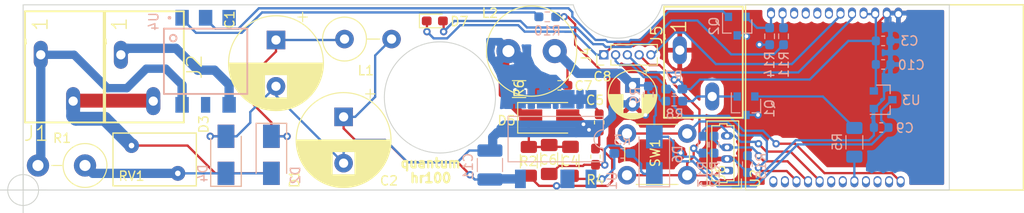
<source format=kicad_pcb>
(kicad_pcb (version 20171130) (host pcbnew 5.0.2+dfsg1-1)
  (layers (0 F.Cu signal) (31 B.Cu signal) (34 B.Paste user) (35 F.Paste user) (36 B.SilkS user hide) (37 F.SilkS user) (38 B.Mask user hide) (39 F.Mask user hide) (44 Edge.Cuts user))
  (net 0 "")
  (net 1 /BP)
  (net 2 /FB)
  (net 3 /IN_FILTER)
  (net 4 /SW)
  (net 5 /FB_SENSE)
  (net 6 /IN_P)
  (net 7 /IN_FUSE)
  (net 8 /SDA)
  (net 9 /SCL)
  (net 10 "Net-(U2-Pad7)")
  (net 11 RST#)
  (net 12 "Net-(U2-Pad13)")
  (net 13 "Net-(U2-Pad14)")
  (net 14 DEBUG_CLK)
  (net 15 "Net-(U2-Pad18)")
  (net 16 DEBUG_DATA)
  (net 17 /PWM_R)
  (net 18 GNDD)
  (net 19 +3V3)
  (net 20 /IN_L)
  (net 21 /PWM)
  (net 22 /IN_N)
  (net 23 "Net-(U2-Pad9)")
  (net 24 "Net-(U2-Pad19)")
  (net 25 "Net-(U2-Pad22)")
  (net 26 "Net-(U2-Pad23)")
  (net 27 "Net-(U2-Pad21)")
  (net 28 "Net-(U2-Pad8)")
  (net 29 /PWM_G)
  (net 30 +5V)
  (net 31 /OPTO_A)
  (net 32 /OPTO_C)
  (net 33 /OUT_L)
  (net 34 /STATUS)
  (net 35 EN_OUT)
  (net 36 /PUSH_RST#)
  (net 37 /STATUS_LED)
  (net 38 /INDUCTOR_RAMP)
  (net 39 "Net-(U2-Pad10)")
  (module library:P-250-202 (layer F.Cu) (at 38.1 91.7 90)
    (fp_text reference J2 (at 0 5.4 90) (layer F.SilkS) (effects (font (size 1.577 1.577))))
    (fp_text value Conn_01x02_Female)
    (fp_text user 1 (at 4.6 -2.7 90) (layer F.SilkS) (effects (font (size 1.574898 1.574898))))
    (pad 2 thru_hole oval (at -3.7 0.95 90) (size 3.016 1.508) (drill 1) (layers *.Cu *.Mask) (net 22 /IN_N))
    (pad 1 thru_hole oval (at 1.3 -2.55 90) (size 3.016 1.508) (drill 1) (layers *.Cu *.Mask) (net 33 /OUT_L))
  )
  (module Capacitor_SMD:C_1210_3225Metric_Pad1.33x2.70mm_HandSolder (layer B.Cu) (at 75.4 102.3 90)
    (fp_text reference C11 (at -0.15 -2.35 90) (layer B.SilkS) (effects (justify mirror)))
    (fp_text value 100nF)
    (pad 1 smd roundrect (at -1.5625 0 90) (size 1.325 2.7) (layers B.Cu B.Paste B.Mask) (roundrect_rratio 0.188679) (net 3 /IN_FILTER))
    (pad 2 smd roundrect (at 1.5625 0 90) (size 1.325 2.7) (layers B.Cu B.Paste B.Mask) (roundrect_rratio 0.188679) (net 18 GNDD))
  )
  (module Capacitor_THT:CP_Radial_D5.0mm_P2.00mm (layer F.Cu) (at 90.8 93.7 270)
    (fp_text reference C8 (at -0.95 3.25) (layer F.SilkS))
    (fp_text value 100uF)
    (pad 1 thru_hole rect (at 0 0 270) (size 1.6 1.6) (drill 0.8) (layers *.Cu *.Mask) (net 30 +5V))
    (pad 2 thru_hole circle (at 2 0 270) (size 1.6 1.6) (drill 0.8) (layers *.Cu *.Mask) (net 18 GNDD))
  )
  (module Resistor_SMD:R_0603_1608Metric_Pad0.98x0.95mm_HandSolder (layer B.Cu) (at 92.5 94.7 270)
    (fp_text reference R9 (at 0.1 1.4 270) (layer B.SilkS) (effects (justify mirror)))
    (fp_text value 1.5k)
    (pad 1 smd roundrect (at -0.9125 0 270) (size 0.975 0.95) (layers B.Cu B.Paste B.Mask) (net 30 +5V))
    (pad 2 smd roundrect (at 0.9125 0 270) (size 0.975 0.95) (layers B.Cu B.Paste B.Mask) (net 18 GNDD))
  )
  (module Resistor_SMD:R_0603_1608Metric_Pad0.98x0.95mm_HandSolder (layer B.Cu) (at 103.2 102.2 270)
    (fp_text reference R15 (at 0.2 -1.5 270) (layer B.SilkS) (effects (justify mirror)))
    (fp_text value 1k)
    (pad 1 smd roundrect (at -0.9125 0 270) (size 0.975 0.95) (layers B.Cu B.Paste B.Mask) (net 36 /PUSH_RST#))
    (pad 2 smd roundrect (at 0.9125 0 270) (size 0.975 0.95) (layers B.Cu B.Paste B.Mask) (net 18 GNDD))
  )
  (module library:CC2530_SZ1V5_HOLES (layer F.Cu) (at 100 95 270)
    (fp_text reference U2 (at 8.75 -4.05 270) (layer F.SilkS))
    (fp_text value CC2530_SZ1V5)
    (pad 12 thru_hole oval (at -9 -5.75 270) (size 1.2 0.85) (drill 0.65 (offset -0.1 0)) (layers *.Cu *.Mask) (net 35 EN_OUT))
    (pad 11 thru_hole oval (at -9 -7 270) (size 1.2 0.85) (drill 0.65 (offset -0.1 0)) (layers *.Cu *.Mask) (net 34 /STATUS))
    (pad 10 thru_hole oval (at -9 -8.25 270) (size 1.2 0.85) (drill 0.65 (offset -0.1 0)) (layers *.Cu *.Mask) (net 39 "Net-(U2-Pad10)"))
    (pad 8 thru_hole oval (at -9 -10.75 270) (size 1.2 0.85) (drill 0.65 (offset -0.1 0)) (layers *.Cu *.Mask) (net 28 "Net-(U2-Pad8)"))
    (pad 9 thru_hole oval (at -9 -9.5 270) (size 1.2 0.85) (drill 0.65 (offset -0.1 0)) (layers *.Cu *.Mask) (net 23 "Net-(U2-Pad9)"))
    (pad 7 thru_hole oval (at -9 -12 270) (size 1.2 0.85) (drill 0.65 (offset -0.1 0)) (layers *.Cu *.Mask) (net 10 "Net-(U2-Pad7)"))
    (pad 1 thru_hole oval (at -9 -19.5 270) (size 1.2 0.85) (drill 0.65 (offset -0.1 0)) (layers *.Cu *.Mask) (net 18 GNDD))
    (pad 5 thru_hole oval (at -9 -14.5 270) (size 1.2 0.85) (drill 0.65 (offset -0.1 0)) (layers *.Cu *.Mask) (net 14 DEBUG_CLK))
    (pad 6 thru_hole oval (at -9 -13.25 270) (size 1.2 0.85) (drill 0.65 (offset -0.1 0)) (layers *.Cu *.Mask) (net 16 DEBUG_DATA))
    (pad 3 thru_hole oval (at -9 -17 270) (size 1.2 0.85) (drill 0.65 (offset -0.1 0)) (layers *.Cu *.Mask) (net 19 +3V3))
    (pad 4 thru_hole oval (at -9 -15.75 270) (size 1.2 0.85) (drill 0.65 (offset -0.1 0)) (layers *.Cu *.Mask) (net 19 +3V3))
    (pad 2 thru_hole oval (at -9 -18.25 270) (size 1.2 0.85) (drill 0.65 (offset -0.1 0)) (layers *.Cu *.Mask) (net 18 GNDD))
    (pad 13 thru_hole oval (at 9 -6 270) (size 1.2 0.85) (drill 0.65 (offset 0.1 0)) (layers *.Cu *.Mask) (net 12 "Net-(U2-Pad13)"))
    (pad 14 thru_hole oval (at 9 -7.25 270) (size 1.2 0.85) (drill 0.65 (offset 0.1 0)) (layers *.Cu *.Mask) (net 13 "Net-(U2-Pad14)"))
    (pad 15 thru_hole oval (at 9 -8.5 270) (size 1.2 0.85) (drill 0.65 (offset 0.1 0)) (layers *.Cu *.Mask) (net 36 /PUSH_RST#))
    (pad 16 thru_hole oval (at 9 -9.75 270) (size 1.2 0.85) (drill 0.65 (offset 0.1 0)) (layers *.Cu *.Mask) (net 9 /SCL))
    (pad 20 thru_hole oval (at 9 -14.75 270) (size 1.2 0.85) (drill 0.65 (offset 0.1 0)) (layers *.Cu *.Mask) (net 17 /PWM_R))
    (pad 18 thru_hole oval (at 9 -12.25 270) (size 1.2 0.85) (drill 0.65 (offset 0.1 0)) (layers *.Cu *.Mask) (net 15 "Net-(U2-Pad18)"))
    (pad 19 thru_hole oval (at 9 -13.5 270) (size 1.2 0.85) (drill 0.65 (offset 0.1 0)) (layers *.Cu *.Mask) (net 24 "Net-(U2-Pad19)"))
    (pad 17 thru_hole oval (at 9 -11 270) (size 1.2 0.85) (drill 0.65 (offset 0.1 0)) (layers *.Cu *.Mask) (net 8 /SDA))
    (pad 24 thru_hole oval (at 9 -19.75 270) (size 1.2 0.85) (drill 0.65 (offset 0.1 0)) (layers *.Cu *.Mask) (net 11 RST#))
    (pad 22 thru_hole oval (at 9 -17.25 270) (size 1.2 0.85) (drill 0.65 (offset 0.1 0)) (layers *.Cu *.Mask) (net 25 "Net-(U2-Pad22)"))
    (pad 23 thru_hole oval (at 9 -18.5 270) (size 1.2 0.85) (drill 0.65 (offset 0.1 0)) (layers *.Cu *.Mask) (net 26 "Net-(U2-Pad23)"))
    (pad 21 thru_hole oval (at 9 -16 270) (size 1.2 0.85) (drill 0.65 (offset 0.1 0)) (layers *.Cu *.Mask) (net 27 "Net-(U2-Pad21)"))
  )
  (module Resistor_SMD:R_0603_1608Metric_Pad0.98x0.95mm_HandSolder (layer B.Cu) (at 105.6 88.4 270)
    (fp_text reference R14 (at 3.05 0 270) (layer B.SilkS) (effects (justify mirror)))
    (fp_text value 10k)
    (pad 1 smd roundrect (at -0.9125 0 270) (size 0.975 0.95) (layers B.Cu B.Paste B.Mask) (net 35 EN_OUT))
    (pad 2 smd roundrect (at 0.9125 0 270) (size 0.975 0.95) (layers B.Cu B.Paste B.Mask) (net 18 GNDD))
  )
  (module Connector_PinHeader_1.27mm:PinHeader_1x05_P1.27mm_Vertical (layer F.Cu) (at 87.7 90.4 90)
    (fp_text reference J4 (at 0 -1.9 90) (layer F.SilkS))
    (fp_text value Conn_01x05)
    (pad 1 thru_hole rect (at 0 0 90) (size 1 1) (drill 0.65) (layers *.Cu *.Mask) (net 18 GNDD))
    (pad 2 thru_hole oval (at 0 1.27 90) (size 1 1) (drill 0.65) (layers *.Cu *.Mask) (net 11 RST#))
    (pad 3 thru_hole oval (at 0 2.54 90) (size 1 1) (drill 0.65) (layers *.Cu *.Mask) (net 14 DEBUG_CLK))
    (pad 4 thru_hole oval (at 0 3.81 90) (size 1 1) (drill 0.65) (layers *.Cu *.Mask) (net 19 +3V3))
    (pad 5 thru_hole oval (at 0 5.08 90) (size 1 1) (drill 0.65) (layers *.Cu *.Mask) (net 16 DEBUG_DATA))
  )
  (module Connector_Molex:Molex_PicoBlade_53047-0410_1x04_P1.25mm_Vertical (layer F.Cu) (at 101 102.9 90)
    (fp_text reference J6 (at -0.25 -0.7 90) (layer F.SilkS))
    (fp_text value Conn_01x04)
    (pad 1 thru_hole roundrect (at 0 0 90) (size 0.8 1.3) (drill 0.5) (layers *.Cu *.Mask) (net 19 +3V3))
    (pad 2 thru_hole oval (at 1.25 0 90) (size 0.8 1.3) (drill 0.5) (layers *.Cu *.Mask) (net 18 GNDD))
    (pad 3 thru_hole oval (at 2.5 0 90) (size 0.8 1.3) (drill 0.5) (layers *.Cu *.Mask) (net 9 /SCL))
    (pad 4 thru_hole oval (at 3.75 0 90) (size 0.8 1.3) (drill 0.5) (layers *.Cu *.Mask) (net 8 /SDA))
  )
  (module Button_Switch_THT:SW_PUSH_6mm_H13mm (layer F.Cu) (at 96.7 103.4 180)
    (fp_text reference SW1 (at 3.45 2.4 270) (layer F.SilkS))
    (fp_text value SW_Push)
    (pad 2 thru_hole circle (at 0 4.5 270) (size 2 2) (drill 1.1) (layers *.Cu *.Mask) (net 36 /PUSH_RST#))
    (pad 1 thru_hole circle (at 0 0 270) (size 2 2) (drill 1.1) (layers *.Cu *.Mask) (net 19 +3V3))
    (pad 2 thru_hole circle (at 6.5 4.5 270) (size 2 2) (drill 1.1) (layers *.Cu *.Mask) (net 36 /PUSH_RST#))
    (pad 1 thru_hole circle (at 6.5 0 270) (size 2 2) (drill 1.1) (layers *.Cu *.Mask) (net 19 +3V3))
  )
  (module Resistor_SMD:R_0603_1608Metric_Pad0.98x0.95mm_HandSolder (layer B.Cu) (at 98.4 100.1 90)
    (fp_text reference R13 (at -3.2 0 90) (layer B.SilkS) (effects (justify mirror)))
    (fp_text value 10k)
    (pad 2 smd roundrect (at 0.9125 0 90) (size 0.975 0.95) (layers B.Cu B.Paste B.Mask) (net 8 /SDA))
    (pad 1 smd roundrect (at -0.9125 0 90) (size 0.975 0.95) (layers B.Cu B.Paste B.Mask) (net 19 +3V3))
  )
  (module Resistor_SMD:R_0603_1608Metric_Pad0.98x0.95mm_HandSolder (layer B.Cu) (at 99.6 100.1 90)
    (fp_text reference R12 (at -3.2 0.1 90) (layer B.SilkS) (effects (justify mirror)))
    (fp_text value 10k)
    (pad 1 smd roundrect (at -0.9125 0 90) (size 0.975 0.95) (layers B.Cu B.Paste B.Mask) (net 19 +3V3))
    (pad 2 smd roundrect (at 0.9125 0 90) (size 0.975 0.95) (layers B.Cu B.Paste B.Mask) (net 9 /SCL))
  )
  (module library:PowerIntegrations_SMD-8B (layer B.Cu) (at 82.5 99.5 90)
    (fp_text reference U1 (at -4.5 6.1 90) (layer B.SilkS) (effects (justify mirror)))
    (fp_text value LNK302D)
    (pad 1 smd rect (at -4.3 3.81 90) (size 2 1.17) (layers B.Cu B.Paste B.Mask) (net 1 /BP))
    (pad 2 smd rect (at -4.3 1.27 90) (size 2 1.52) (layers B.Cu B.Paste B.Mask) (net 2 /FB))
    (pad 6 smd rect (at 4.3 -1.27 90) (size 2 1.52) (layers B.Cu B.Paste B.Mask) (net 4 /SW))
    (pad 4 smd rect (at -4.3 -3.81 90) (size 2 1.17) (layers B.Cu B.Paste B.Mask) (net 3 /IN_FILTER))
    (pad 5 smd rect (at 4.3 -3.81 90) (size 2 1.17) (layers B.Cu B.Paste B.Mask) (net 4 /SW))
    (pad 7 smd rect (at 4.3 1.27 90) (size 2 1.52) (layers B.Cu B.Paste B.Mask) (net 4 /SW))
    (pad 8 smd rect (at 4.3 3.81 90) (size 2 1.17) (layers B.Cu B.Paste B.Mask) (net 4 /SW))
  )
  (module Resistor_SMD:R_1206_3216Metric_Pad1.30x1.75mm_HandSolder (layer F.Cu) (at 79.6 101.9 90)
    (fp_text reference R2 (at 0 -0.05 180) (layer F.SilkS))
    (fp_text value 2k)
    (pad 2 smd roundrect (at 1.55 0 90) (size 1.3 1.75) (layers F.Cu F.Paste F.Mask) (roundrect_rratio 0.192308) (net 4 /SW))
    (pad 1 smd roundrect (at -1.55 0 90) (size 1.3 1.75) (layers F.Cu F.Paste F.Mask) (roundrect_rratio 0.192308) (net 2 /FB))
  )
  (module Capacitor_SMD:C_1206_3216Metric_Pad1.33x1.80mm_HandSolder (layer F.Cu) (at 84.1 101.9 90)
    (fp_text reference C4 (at 0 -0.05 180) (layer F.SilkS))
    (fp_text value 100nF)
    (pad 2 smd roundrect (at 1.5625 0 90) (size 1.325 1.8) (layers F.Cu F.Paste F.Mask) (roundrect_rratio 0.188679) (net 4 /SW))
    (pad 1 smd roundrect (at -1.5625 0 90) (size 1.325 1.8) (layers F.Cu F.Paste F.Mask) (roundrect_rratio 0.188679) (net 1 /BP))
  )
  (module Capacitor_SMD:C_1206_3216Metric_Pad1.33x1.80mm_HandSolder (layer F.Cu) (at 81.8 101.7 90)
    (fp_text reference C6 (at -0.05 -0.1 180) (layer F.SilkS))
    (fp_text value 10uF)
    (pad 2 smd roundrect (at 1.5625 0 90) (size 1.325 1.8) (layers F.Cu F.Paste F.Mask) (roundrect_rratio 0.188679) (net 4 /SW))
    (pad 1 smd roundrect (at -1.5625 0 90) (size 1.325 1.8) (layers F.Cu F.Paste F.Mask) (roundrect_rratio 0.188679) (net 5 /FB_SENSE))
  )
  (module Resistor_SMD:R_1206_3216Metric_Pad1.30x1.75mm_HandSolder (layer F.Cu) (at 78.55 94.1 180)
    (fp_text reference R6 (at 0 0.05 270) (layer F.SilkS))
    (fp_text value 11k3)
    (pad 2 smd roundrect (at 1.55 0 180) (size 1.3 1.75) (layers F.Cu F.Paste F.Mask) (roundrect_rratio 0.192308) (net 4 /SW))
    (pad 1 smd roundrect (at -1.55 0 180) (size 1.3 1.75) (layers F.Cu F.Paste F.Mask) (roundrect_rratio 0.192308) (net 38 /INDUCTOR_RAMP))
  )
  (module Capacitor_THT:CP_Radial_D10.0mm_P5.00mm (layer F.Cu) (at 52.3 88.8 270)
    (fp_text reference C1 (at -2.2 5 270) (layer F.SilkS))
    (fp_text value 4.7uF)
    (pad 1 thru_hole rect (at 0 0 270) (size 2 2) (drill 1) (layers *.Cu *.Mask) (net 6 /IN_P))
    (pad 2 thru_hole circle (at 5 0 270) (size 2 2) (drill 1) (layers *.Cu *.Mask) (net 18 GNDD))
  )
  (module library:SOIC254P1030X460-6N (layer B.Cu) (at 44.7 91.1 270)
    (fp_text reference U4 (at -4.3 5.6 270) (layer B.SilkS) (effects (font (size 1.000291 1.000291)) (justify mirror)))
    (fp_text value VO3063-X017T)
    (pad 1 smd rect (at -4.7 2.54 270) (size 1.7 1.45) (layers B.Cu B.Paste B.Mask) (net 31 /OPTO_A))
    (pad 2 smd rect (at -4.7 0 270) (size 1.7 1.45) (layers B.Cu B.Paste B.Mask) (net 32 /OPTO_C))
    (pad 3 smd rect (at -4.7 -2.54 270) (size 1.7 1.45) (layers B.Cu B.Paste B.Mask))
    (pad 4 smd rect (at 4.7 -2.54 90) (size 1.7 1.45) (layers B.Cu B.Paste B.Mask) (net 33 /OUT_L))
    (pad 5 smd rect (at 4.7 0 90) (size 1.7 1) (layers B.Cu B.Paste B.Mask))
    (pad 6 smd rect (at 4.7 2.54 90) (size 1.7 1.45) (layers B.Cu B.Paste B.Mask) (net 20 /IN_L))
  )
  (module library:P-250-202 (layer F.Cu) (at 98.45 91.2 90)
    (fp_text reference J5 (at 2.95 -5.05 90) (layer F.SilkS) (effects (font (size 1.2 1.2))))
    (fp_text value Conn_01x02_Female)
    (fp_text user 1 (at 3.85 -2.65 90) (layer F.SilkS) (effects (font (size 1.574898 1.574898))))
    (pad 1 thru_hole oval (at 1.3 -2.55 90) (size 3.016 1.508) (drill 1) (layers *.Cu *.Mask) (net 18 GNDD))
    (pad 2 thru_hole oval (at -3.7 0.95 90) (size 3.016 1.508) (drill 1) (layers *.Cu *.Mask) (net 21 /PWM))
  )
  (module Diode_SMD:D_SMA (layer B.Cu) (at 93.15 101.25 90)
    (fp_text reference D6 (at 0.1 2.5 90) (layer B.SilkS) (effects (justify mirror)))
    (fp_text value 1N4007)
    (pad 1 smd rect (at -2 0 90) (size 2.5 1.8) (layers B.Cu B.Paste B.Mask) (net 5 /FB_SENSE))
    (pad 2 smd rect (at 2 0 90) (size 2.5 1.8) (layers B.Cu B.Paste B.Mask) (net 30 +5V))
  )
  (module LED_SMD:LED_0603_1608Metric_Pad1.05x0.95mm_HandSolder (layer F.Cu) (at 69.447659 86.742859)
    (fp_text reference D7 (at 2.652341 0.057141) (layer F.SilkS))
    (fp_text value LED)
    (pad 1 smd roundrect (at -0.875 0) (size 1.05 0.95) (layers F.Cu F.Paste F.Mask) (net 18 GNDD))
    (pad 2 smd roundrect (at 0.875 0) (size 1.05 0.95) (layers F.Cu F.Paste F.Mask) (net 37 /STATUS_LED))
  )
  (module Package_TO_SOT_SMD:SOT-23 (layer B.Cu) (at 102.1 87.3 270)
    (fp_text reference Q2 (at 0 2.5 270) (layer B.SilkS) (effects (justify mirror)))
    (fp_text value Q_NMOS_DGS)
    (pad 1 smd rect (at -1 0.95 270) (size 0.9 0.8) (layers B.Cu B.Paste B.Mask) (net 32 /OPTO_C))
    (pad 2 smd rect (at -1 -0.95 270) (size 0.9 0.8) (layers B.Cu B.Paste B.Mask) (net 35 EN_OUT))
    (pad 3 smd rect (at 1 0 270) (size 0.9 0.8) (layers B.Cu B.Paste B.Mask) (net 18 GNDD))
  )
  (module Resistor_SMD:R_0603_1608Metric_Pad0.98x0.95mm_HandSolder (layer B.Cu) (at 107.1 88.4 270)
    (fp_text reference R11 (at 3.05 -0.05 270) (layer B.SilkS) (effects (justify mirror)))
    (fp_text value 1k)
    (pad 2 smd roundrect (at 0.9125 0 270) (size 0.975 0.95) (layers B.Cu B.Paste B.Mask) (net 37 /STATUS_LED))
    (pad 1 smd roundrect (at -0.9125 0 270) (size 0.975 0.95) (layers B.Cu B.Paste B.Mask) (net 34 /STATUS))
  )
  (module Resistor_SMD:R_0603_1608Metric_Pad0.98x0.95mm_HandSolder (layer B.Cu) (at 81.6 86.3 180)
    (fp_text reference R10 (at 0 -1.5 180) (layer B.SilkS) (effects (justify mirror)))
    (fp_text value 475)
    (pad 1 smd roundrect (at -0.9125 0 180) (size 0.975 0.95) (layers B.Cu B.Paste B.Mask) (net 30 +5V))
    (pad 2 smd roundrect (at 0.9125 0 180) (size 0.975 0.95) (layers B.Cu B.Paste B.Mask) (net 31 /OPTO_A))
  )
  (module Resistor_SMD:R_1206_3216Metric_Pad1.30x1.75mm_HandSolder (layer B.Cu) (at 114.75 99.85 90)
    (fp_text reference R5 (at 0.05 -1.85 90) (layer B.SilkS) (effects (justify mirror)))
    (fp_text value 100)
    (pad 1 smd roundrect (at -1.55 0 90) (size 1.3 1.75) (layers B.Cu B.Paste B.Mask) (roundrect_rratio 0.192308) (net 17 /PWM_R))
    (pad 2 smd roundrect (at 1.55 0 90) (size 1.3 1.75) (layers B.Cu B.Paste B.Mask) (roundrect_rratio 0.192308) (net 29 /PWM_G))
  )
  (module Resistor_SMD:R_0603_1608Metric_Pad0.98x0.95mm_HandSolder (layer B.Cu) (at 95.3 95.4)
    (fp_text reference R8 (at 0.05 1.4) (layer B.SilkS) (effects (justify mirror)))
    (fp_text value 475)
    (pad 1 smd roundrect (at -0.9125 0) (size 0.975 0.95) (layers B.Cu B.Paste B.Mask) (net 30 +5V))
    (pad 2 smd roundrect (at 0.9125 0) (size 0.975 0.95) (layers B.Cu B.Paste B.Mask) (net 21 /PWM))
  )
  (module Package_TO_SOT_SMD:SOT-23 (layer B.Cu) (at 103.05 95.9 270)
    (fp_text reference Q1 (at 0.3 -2.55 270) (layer B.SilkS) (effects (justify mirror)))
    (fp_text value Q_NMOS_DGS)
    (pad 1 smd rect (at -1 0.95 270) (size 0.9 0.8) (layers B.Cu B.Paste B.Mask) (net 21 /PWM))
    (pad 2 smd rect (at -1 -0.95 270) (size 0.9 0.8) (layers B.Cu B.Paste B.Mask) (net 29 /PWM_G))
    (pad 3 smd rect (at 1 0 270) (size 0.9 0.8) (layers B.Cu B.Paste B.Mask) (net 18 GNDD))
  )
  (module Inductor_THT:L_Axial_L11.0mm_D4.5mm_P5.08mm_Vertical_Fastron_MECC (layer F.Cu) (at 59.7 88.7)
    (fp_text reference L1 (at 2.3 3.4) (layer F.SilkS))
    (fp_text value 1mH)
    (pad 1 thru_hole circle (at 0 0) (size 2 2) (drill 1) (layers *.Cu *.Mask) (net 6 /IN_P))
    (pad 2 thru_hole oval (at 5.08 0) (size 2 2) (drill 1) (layers *.Cu *.Mask) (net 3 /IN_FILTER))
  )
  (module Resistor_THT:R_Axial_DIN0414_L11.9mm_D4.5mm_P5.08mm_Vertical (layer F.Cu) (at 31.68 102.35 180)
    (fp_text reference R1 (at 2.48 2.95 180) (layer F.SilkS))
    (fp_text value 10)
    (pad 1 thru_hole circle (at 0 0 180) (size 2.4 2.4) (drill 1.2) (layers *.Cu *.Mask) (net 7 /IN_FUSE))
    (pad 2 thru_hole oval (at 5.08 0 180) (size 2.4 2.4) (drill 1.2) (layers *.Cu *.Mask) (net 20 /IN_L))
  )
  (module library:P-250-202 (layer F.Cu) (at 29.45 91.7 90)
    (fp_text reference J1 (at -7.2 -3.05 180) (layer F.SilkS) (effects (font (size 1.577 1.577))))
    (fp_text value Conn_01x02_Female)
    (fp_text user 1 (at 4.6 -2.6 90) (layer F.SilkS) (effects (font (size 1.574898 1.574898))))
    (pad 1 thru_hole oval (at 1.3 -2.55 90) (size 3.016 1.508) (drill 1) (layers *.Cu *.Mask) (net 20 /IN_L))
    (pad 2 thru_hole oval (at -3.7 0.95 90) (size 3.016 1.508) (drill 1) (layers *.Cu *.Mask) (net 22 /IN_N))
  )
  (module Capacitor_SMD:C_0603_1608Metric (layer B.Cu) (at 117.856 91.44)
    (fp_text reference C10 (at 3.044 0.06) (layer B.SilkS) (effects (justify mirror)))
    (fp_text value 1uF)
    (pad 1 smd roundrect (at -0.7875 0) (size 0.875 0.95) (layers B.Cu B.Paste B.Mask) (net 19 +3V3))
    (pad 2 smd roundrect (at 0.7875 0) (size 0.875 0.95) (layers B.Cu B.Paste B.Mask) (net 18 GNDD))
  )
  (module Capacitor_SMD:C_0603_1608Metric (layer B.Cu) (at 117.65 98.25 180)
    (fp_text reference C9 (at -2.55 -0.05 180) (layer B.SilkS) (effects (justify mirror)))
    (fp_text value 1uF)
    (pad 2 smd roundrect (at 0.7875 0 180) (size 0.875 0.95) (layers B.Cu B.Paste B.Mask) (net 18 GNDD))
    (pad 1 smd roundrect (at -0.7875 0 180) (size 0.875 0.95) (layers B.Cu B.Paste B.Mask) (net 30 +5V))
  )
  (module Capacitor_SMD:C_0603_1608Metric (layer B.Cu) (at 117.856 88.9)
    (fp_text reference C3 (at 2.844 0) (layer B.SilkS) (effects (justify mirror)))
    (fp_text value 100nF)
    (pad 1 smd roundrect (at -0.7875 0) (size 0.875 0.95) (layers B.Cu B.Paste B.Mask) (net 19 +3V3))
    (pad 2 smd roundrect (at 0.7875 0) (size 0.875 0.95) (layers B.Cu B.Paste B.Mask) (net 18 GNDD))
  )
  (module Capacitor_SMD:C_0603_1608Metric_Pad1.05x0.95mm_HandSolder (layer F.Cu) (at 82.9 93.7)
    (fp_text reference C7 (at 2.6 0.05) (layer F.SilkS))
    (fp_text value 33nF)
    (pad 1 smd roundrect (at -0.875 0) (size 1.05 0.95) (layers F.Cu F.Paste F.Mask) (net 38 /INDUCTOR_RAMP))
    (pad 2 smd roundrect (at 0.875 0) (size 1.05 0.95) (layers F.Cu F.Paste F.Mask) (net 30 +5V))
  )
  (module Capacitor_SMD:C_0603_1608Metric_Pad1.05x0.95mm_HandSolder (layer F.Cu) (at 87.2 97.7 90)
    (fp_text reference C5 (at 2.4 -0.45 180) (layer F.SilkS))
    (fp_text value 1nF)
    (pad 1 smd roundrect (at -0.875 0 90) (size 1.05 0.95) (layers F.Cu F.Paste F.Mask) (net 2 /FB))
    (pad 2 smd roundrect (at 0.875 0 90) (size 1.05 0.95) (layers F.Cu F.Paste F.Mask) (net 38 /INDUCTOR_RAMP))
  )
  (module Capacitor_THT:CP_Radial_D10.0mm_P5.00mm (layer F.Cu) (at 59.6 97.1 270)
    (fp_text reference C2 (at 6.9 -4.9) (layer F.SilkS))
    (fp_text value 4.7uF)
    (pad 2 thru_hole circle (at 5 0 270) (size 2 2) (drill 1) (layers *.Cu *.Mask) (net 18 GNDD))
    (pad 1 thru_hole rect (at 0 0 270) (size 2 2) (drill 1) (layers *.Cu *.Mask) (net 3 /IN_FILTER))
  )
  (module Diode_SMD:D_SMA (layer F.Cu) (at 81.8 97.2)
    (fp_text reference D5 (at -4.6 0.3) (layer F.SilkS))
    (fp_text value UF4005)
    (pad 2 smd rect (at 2 0) (size 2.5 1.8) (layers F.Cu F.Paste F.Mask) (net 18 GNDD))
    (pad 1 smd rect (at -2 0) (size 2.5 1.8) (layers F.Cu F.Paste F.Mask) (net 4 /SW))
  )
  (module Diode_SMD:D_SMA (layer F.Cu) (at 46.9 101.2 90)
    (fp_text reference D3 (at 3.3 -2.4 90) (layer F.SilkS))
    (fp_text value 1N4007)
    (pad 1 smd rect (at -2 0 90) (size 2.5 1.8) (layers F.Cu F.Paste F.Mask) (net 22 /IN_N))
    (pad 2 smd rect (at 2 0 90) (size 2.5 1.8) (layers F.Cu F.Paste F.Mask) (net 18 GNDD))
  )
  (module Diode_SMD:D_SMA (layer B.Cu) (at 51.8 101.2 270)
    (fp_text reference D2 (at 2.2 -2.6 270) (layer B.SilkS) (effects (justify mirror)))
    (fp_text value 1N4007)
    (pad 2 smd rect (at 2 0 270) (size 2.5 1.8) (layers B.Cu B.Paste B.Mask) (net 7 /IN_FUSE))
    (pad 1 smd rect (at -2 0 270) (size 2.5 1.8) (layers B.Cu B.Paste B.Mask) (net 6 /IN_P))
  )
  (module Diode_SMD:D_SMA (layer F.Cu) (at 51.8 101.2 270)
    (fp_text reference D1 (at 2.6 -2.5 270) (layer F.SilkS))
    (fp_text value 1N4007)
    (pad 1 smd rect (at -2 0 270) (size 2.5 1.8) (layers F.Cu F.Paste F.Mask) (net 6 /IN_P))
    (pad 2 smd rect (at 2 0 270) (size 2.5 1.8) (layers F.Cu F.Paste F.Mask) (net 22 /IN_N))
  )
  (module Diode_SMD:D_SMA (layer B.Cu) (at 46.9 101.2 90)
    (fp_text reference D4 (at -2 -2.5 90) (layer B.SilkS) (effects (justify mirror)))
    (fp_text value 1N4007)
    (pad 2 smd rect (at 2 0 90) (size 2.5 1.8) (layers B.Cu B.Paste B.Mask) (net 18 GNDD))
    (pad 1 smd rect (at -2 0 90) (size 2.5 1.8) (layers B.Cu B.Paste B.Mask) (net 7 /IN_FUSE))
  )
  (module Inductor_THT:L_Radial_D9.5mm_P5.00mm_Fastron_07HVP (layer F.Cu) (at 77.4 90)
    (fp_text reference L2 (at -2 -4.1) (layer F.SilkS))
    (fp_text value 2.2mH)
    (pad 1 thru_hole circle (at 0 0) (size 2.6 2.6) (drill 1.3) (layers *.Cu *.Mask) (net 4 /SW))
    (pad 2 thru_hole circle (at 5 0) (size 2.6 2.6) (drill 1.3) (layers *.Cu *.Mask) (net 30 +5V))
  )
  (module Package_TO_SOT_SMD:SOT-23 (layer B.Cu) (at 117.856 95.25)
    (fp_text reference U3 (at 3.044 0.05) (layer B.SilkS) (effects (justify mirror)))
    (fp_text value "PMIC-LDO-XC6206P332MR-G(SOT23)")
    (pad 1 smd rect (at -1 0.95) (size 0.9 0.8) (layers B.Cu B.Paste B.Mask) (net 18 GNDD))
    (pad 2 smd rect (at -1 -0.95) (size 0.9 0.8) (layers B.Cu B.Paste B.Mask) (net 19 +3V3))
    (pad 3 smd rect (at 1 0) (size 0.9 0.8) (layers B.Cu B.Paste B.Mask) (net 30 +5V))
  )
  (module Resistor_SMD:R_0603_1608Metric_Pad1.05x0.95mm_HandSolder (layer B.Cu) (at 95.3 94.1 180)
    (fp_text reference R7 (at 0.05 1.4 180) (layer B.SilkS) (effects (justify mirror)))
    (fp_text value 10k)
    (pad 2 smd roundrect (at 0.875 0 180) (size 1.05 0.95) (layers B.Cu B.Paste B.Mask) (net 11 RST#))
    (pad 1 smd roundrect (at -0.875 0 180) (size 1.05 0.95) (layers B.Cu B.Paste B.Mask) (net 19 +3V3))
  )
  (module Resistor_SMD:R_0603_1608Metric_Pad1.05x0.95mm_HandSolder (layer B.Cu) (at 89.7 101.05 180)
    (fp_text reference R3 (at 0 1.43 180) (layer B.SilkS) (effects (justify mirror)))
    (fp_text value 100)
    (pad 1 smd roundrect (at -0.875 0 180) (size 1.05 0.95) (layers B.Cu B.Paste B.Mask) (net 5 /FB_SENSE))
    (pad 2 smd roundrect (at 0.875 0 180) (size 1.05 0.95) (layers B.Cu B.Paste B.Mask) (net 1 /BP))
  )
  (module Resistor_SMD:R_0603_1608Metric_Pad1.05x0.95mm_HandSolder (layer F.Cu) (at 86.8 101.4 90)
    (fp_text reference R4 (at -2.5 0 180) (layer F.SilkS))
    (fp_text value 4k12)
    (pad 1 smd roundrect (at -0.875 0 90) (size 1.05 0.95) (layers F.Cu F.Paste F.Mask) (net 5 /FB_SENSE))
    (pad 2 smd roundrect (at 0.875 0 90) (size 1.05 0.95) (layers F.Cu F.Paste F.Mask) (net 2 /FB))
  )
  (module Varistor:RV_Disc_D9mm_W5.7mm_P5mm (layer F.Cu) (at 41.7 103.2 180)
    (fp_text reference RV1 (at 5 -0.3 180) (layer F.SilkS))
    (fp_text value MCV391K07DS)
    (pad 1 thru_hole circle (at 0 0 180) (size 1.6 1.6) (drill 0.6) (layers *.Cu *.Mask) (net 7 /IN_FUSE))
    (pad 2 thru_hole circle (at 5 3 180) (size 1.6 1.6) (drill 0.6) (layers *.Cu *.Mask) (net 22 /IN_N))
  )
  (gr_text "quantum\nhr100\n" (at 69 102.9) (layer F.SilkS) (effects (font (size 1 1) (thickness 0.25))))
  (gr_line (start 94 85) (end 125 85) (layer Edge.Cuts) (width 0.1))
  (gr_arc (start 89.2 83.6) (end 84.4 84.999999) (angle -147.4795906) (layer Edge.Cuts) (width 0.1))
  (gr_circle (center 70 95) (end 76 95) (layer Edge.Cuts) (width 0.1))
  (gr_line (start 25 85) (end 84.4 85) (layer Edge.Cuts) (width 0.1))
  (gr_line (start 125 105) (end 25 105) (layer Edge.Cuts) (width 0.1))
  (gr_line (start 125 85) (end 125 105) (layer Edge.Cuts) (width 0.1))
  (gr_line (start 25 105) (end 25 85) (layer Edge.Cuts) (width 0.1))
  (target plus (at 25 105) (size 5) (width 0.1) (layer Edge.Cuts))
  (via (at 87.5 103.8) (size 0.8) (drill 0.4) (layers F.Cu B.Cu) (net 1))
  (segment (start 87.5 103.8) (end 86.31 103.8) (width 0.25) (layer B.Cu) (net 1))
  (segment (start 84.7375 103.8) (end 84.1 103.1625) (width 0.25) (layer F.Cu) (net 1))
  (segment (start 87.5 103.8) (end 84.7375 103.8) (width 0.25) (layer F.Cu) (net 1))
  (segment (start 87.5 103.8) (end 87.7 103.8) (width 0.25) (layer B.Cu) (net 1))
  (segment (start 88.825 102.675) (end 88.825 101.05) (width 0.25) (layer B.Cu) (net 1))
  (segment (start 87.7 103.8) (end 88.825 102.675) (width 0.25) (layer B.Cu) (net 1))
  (segment (start 87.2 100.125) (end 86.8 100.525) (width 0.25) (layer F.Cu) (net 2))
  (segment (start 87.2 98.575) (end 87.2 100.125) (width 0.25) (layer F.Cu) (net 2))
  (via (at 82.6 104.55) (size 0.8) (drill 0.4) (layers F.Cu B.Cu) (net 2))
  (segment (start 80.7 104.55) (end 79.6 103.45) (width 0.25) (layer F.Cu) (net 2))
  (segment (start 82.6 104.55) (end 80.7 104.55) (width 0.25) (layer F.Cu) (net 2))
  (segment (start 83.02 104.55) (end 83.77 103.8) (width 0.25) (layer B.Cu) (net 2))
  (segment (start 82.6 104.55) (end 83.02 104.55) (width 0.25) (layer B.Cu) (net 2))
  (segment (start 88.6 101.7) (end 87.425 100.525) (width 0.25) (layer F.Cu) (net 2))
  (segment (start 88.6 104.05) (end 88.6 101.7) (width 0.25) (layer F.Cu) (net 2))
  (segment (start 87.425 100.525) (end 86.8 100.525) (width 0.25) (layer F.Cu) (net 2))
  (segment (start 88.1 104.55) (end 88.6 104.05) (width 0.25) (layer F.Cu) (net 2))
  (segment (start 82.6 104.55) (end 88.1 104.55) (width 0.25) (layer F.Cu) (net 2))
  (segment (start 63.007511 90.472489) (end 63.780001 89.699999) (width 0.25) (layer B.Cu) (net 3))
  (segment (start 63.780001 89.699999) (end 64.78 88.7) (width 0.25) (layer B.Cu) (net 3))
  (segment (start 63.007511 94.942489) (end 63.007511 90.472489) (width 0.25) (layer B.Cu) (net 3))
  (segment (start 60.85 97.1) (end 63.007511 94.942489) (width 0.25) (layer B.Cu) (net 3))
  (segment (start 59.6 97.1) (end 60.85 97.1) (width 0.25) (layer B.Cu) (net 3))
  (segment (start 60.85 99.6) (end 59.6 98.35) (width 0.25) (layer F.Cu) (net 3))
  (segment (start 64.073926 99.6) (end 60.85 99.6) (width 0.25) (layer F.Cu) (net 3))
  (segment (start 66.473548 101.999622) (end 64.073926 99.6) (width 0.25) (layer F.Cu) (net 3))
  (segment (start 59.6 98.35) (end 59.6 97.1) (width 0.25) (layer F.Cu) (net 3))
  (segment (start 78.69 103.8) (end 76.1375 103.8) (width 1) (layer B.Cu) (net 3))
  (via (at 73.25 103.35) (size 0.8) (drill 0.4) (layers F.Cu B.Cu) (net 3))
  (segment (start 73.25 103.349622) (end 71.9 101.999622) (width 0.25) (layer F.Cu) (net 3))
  (segment (start 73.25 103.35) (end 73.25 103.349622) (width 0.25) (layer F.Cu) (net 3))
  (segment (start 71.9 101.999622) (end 66.473548 101.999622) (width 0.25) (layer F.Cu) (net 3))
  (segment (start 73.7625 103.8625) (end 73.25 103.35) (width 0.25) (layer B.Cu) (net 3))
  (segment (start 75.4 103.8625) (end 73.7625 103.8625) (width 0.25) (layer B.Cu) (net 3))
  (segment (start 79.8 97.5) (end 79.425 97.5) (width 0.25) (layer F.Cu) (net 4))
  (segment (start 77 90.4) (end 77.4 90) (width 1) (layer F.Cu) (net 4))
  (segment (start 77 94.1) (end 77 90.4) (width 1) (layer F.Cu) (net 4))
  (segment (start 82 100.3375) (end 81.8 100.1375) (width 0.25) (layer F.Cu) (net 4))
  (segment (start 84.1 100.3375) (end 82 100.3375) (width 0.25) (layer F.Cu) (net 4))
  (segment (start 81.5875 100.35) (end 81.8 100.1375) (width 0.25) (layer F.Cu) (net 4))
  (segment (start 79.6 100.35) (end 81.5875 100.35) (width 0.25) (layer F.Cu) (net 4))
  (segment (start 79.6 97.4) (end 79.8 97.2) (width 0.25) (layer F.Cu) (net 4))
  (segment (start 79.6 100.35) (end 79.6 97.4) (width 0.25) (layer F.Cu) (net 4))
  (segment (start 79.8 97.2) (end 79.2 97.2) (width 0.8) (layer F.Cu) (net 4))
  (segment (start 79.2 97.2) (end 77.5 95.5) (width 0.8) (layer F.Cu) (net 4))
  (segment (start 77.5 94.6) (end 77 94.1) (width 0.8) (layer F.Cu) (net 4))
  (segment (start 77.5 95.5) (end 77.5 94.6) (width 0.8) (layer F.Cu) (net 4))
  (segment (start 78 90) (end 77.4 90) (width 1) (layer B.Cu) (net 4))
  (segment (start 82 93.2) (end 81.2 93.2) (width 1) (layer B.Cu) (net 4))
  (segment (start 82.5 93.7) (end 82 93.2) (width 1) (layer B.Cu) (net 4))
  (segment (start 81.2 93.2) (end 78 90) (width 1) (layer B.Cu) (net 4))
  (segment (start 82.5 95.2) (end 82.5 93.7) (width 1.2) (layer B.Cu) (net 4))
  (segment (start 82.5 95.2) (end 78.69 95.2) (width 1) (layer B.Cu) (net 4))
  (segment (start 82.5 95.2) (end 86.31 95.2) (width 1) (layer B.Cu) (net 4))
  (segment (start 92.775 103.25) (end 93.15 103.25) (width 0.25) (layer B.Cu) (net 5))
  (segment (start 91.7 102.175) (end 90.575 101.05) (width 0.25) (layer B.Cu) (net 5))
  (segment (start 91.725 102.2) (end 90.575 101.05) (width 0.25) (layer B.Cu) (net 5))
  (segment (start 91.725 102.975) (end 91.725 102.2) (width 0.25) (layer B.Cu) (net 5))
  (segment (start 92 103.25) (end 91.725 102.975) (width 0.25) (layer B.Cu) (net 5))
  (segment (start 93.15 103.25) (end 92 103.25) (width 0.25) (layer B.Cu) (net 5))
  (segment (start 87.775 102.275) (end 87.8 102.3) (width 0.25) (layer F.Cu) (net 5))
  (via (at 87.8 102.3) (size 0.8) (drill 0.4) (layers F.Cu B.Cu) (net 5))
  (segment (start 86.8 102.275) (end 87.775 102.275) (width 0.25) (layer F.Cu) (net 5))
  (segment (start 85.575 102.275) (end 85.45 102.4) (width 0.25) (layer F.Cu) (net 5))
  (segment (start 86.8 102.275) (end 85.575 102.275) (width 0.25) (layer F.Cu) (net 5))
  (segment (start 82.8625 102.4) (end 81.8 103.4625) (width 0.25) (layer F.Cu) (net 5))
  (segment (start 85.45 102.4) (end 82.8625 102.4) (width 0.25) (layer F.Cu) (net 5))
  (segment (start 89.4 100.2) (end 90.25 101.05) (width 0.25) (layer B.Cu) (net 5))
  (segment (start 88.2 100.2) (end 89.4 100.2) (width 0.25) (layer B.Cu) (net 5))
  (segment (start 87.8 100.6) (end 88.2 100.2) (width 0.25) (layer B.Cu) (net 5))
  (segment (start 90.25 101.05) (end 90.575 101.05) (width 0.25) (layer B.Cu) (net 5))
  (segment (start 87.8 102.3) (end 87.8 100.6) (width 0.25) (layer B.Cu) (net 5))
  (segment (start 49.924999 92.425001) (end 52.3 90.05) (width 0.25) (layer F.Cu) (net 6))
  (segment (start 49.924999 95.824999) (end 49.924999 92.425001) (width 0.25) (layer F.Cu) (net 6))
  (segment (start 51.8 97.7) (end 49.924999 95.824999) (width 0.25) (layer F.Cu) (net 6))
  (segment (start 52.3 90.05) (end 52.3 88.8) (width 0.25) (layer F.Cu) (net 6))
  (segment (start 51.8 99.2) (end 51.8 97.7) (width 0.25) (layer F.Cu) (net 6))
  (segment (start 59.6 88.8) (end 59.7 88.7) (width 0.25) (layer B.Cu) (net 6))
  (segment (start 52.3 88.8) (end 59.6 88.8) (width 0.25) (layer B.Cu) (net 6))
  (segment (start 53.5 99.2) (end 51.8 99.2) (width 0.25) (layer B.Cu) (net 6))
  (via (at 53.5 99.2) (size 0.8) (drill 0.4) (layers F.Cu B.Cu) (net 6))
  (segment (start 51.8 99.2) (end 53.5 99.2) (width 0.25) (layer F.Cu) (net 6))
  (segment (start 41.7 103.2) (end 32.53 103.2) (width 1) (layer B.Cu) (net 7))
  (segment (start 32.53 103.2) (end 31.68 102.35) (width 1) (layer B.Cu) (net 7))
  (segment (start 46.9 103.2) (end 41.7 103.2) (width 0.25) (layer B.Cu) (net 7))
  (segment (start 51.8 103.2) (end 46.9 103.2) (width 0.25) (layer B.Cu) (net 7))
  (segment (start 98.4 99.4875) (end 98.4 99.1) (width 0.25) (layer B.Cu) (net 8))
  (via (at 104.4 100) (size 0.8) (drill 0.4) (layers F.Cu B.Cu) (net 8))
  (segment (start 105.25 100.85) (end 104.4 100) (width 0.25) (layer F.Cu) (net 8))
  (segment (start 107.85 100.85) (end 105.25 100.85) (width 0.25) (layer F.Cu) (net 8))
  (segment (start 111 104) (end 107.85 100.85) (width 0.25) (layer F.Cu) (net 8))
  (segment (start 104.2 99.8) (end 104.4 100) (width 0.25) (layer B.Cu) (net 8))
  (segment (start 101.85 99.15) (end 102.5 99.8) (width 0.25) (layer B.Cu) (net 8))
  (segment (start 102.5 99.8) (end 104.2 99.8) (width 0.25) (layer B.Cu) (net 8))
  (segment (start 101 99.15) (end 101.85 99.15) (width 0.25) (layer B.Cu) (net 8))
  (segment (start 98.4 98.6) (end 98.4 99.1875) (width 0.25) (layer B.Cu) (net 8))
  (segment (start 98.9 98.1) (end 98.4 98.6) (width 0.25) (layer B.Cu) (net 8))
  (segment (start 100.4 98.1) (end 98.9 98.1) (width 0.25) (layer B.Cu) (net 8))
  (segment (start 101 98.7) (end 100.4 98.1) (width 0.25) (layer B.Cu) (net 8))
  (segment (start 101 99.15) (end 101 98.7) (width 0.25) (layer B.Cu) (net 8))
  (via (at 104.4 101.3) (size 0.8) (drill 0.4) (layers F.Cu B.Cu) (net 9))
  (segment (start 101.2 100.2) (end 101 100.4) (width 0.25) (layer B.Cu) (net 9))
  (segment (start 105 101.9) (end 104.4 101.3) (width 0.25) (layer F.Cu) (net 9))
  (segment (start 107.535674 101.9) (end 105 101.9) (width 0.25) (layer F.Cu) (net 9))
  (segment (start 109.635674 104) (end 107.535674 101.9) (width 0.25) (layer F.Cu) (net 9))
  (segment (start 109.75 104) (end 109.635674 104) (width 0.25) (layer F.Cu) (net 9))
  (segment (start 104.4 101.1) (end 104.4 101.3) (width 0.25) (layer B.Cu) (net 9))
  (segment (start 103.7 100.4) (end 104.4 101.1) (width 0.25) (layer B.Cu) (net 9))
  (segment (start 101 100.4) (end 103.7 100.4) (width 0.25) (layer B.Cu) (net 9))
  (segment (start 100.4 100.4) (end 101 100.4) (width 0.25) (layer B.Cu) (net 9))
  (segment (start 99.6 99.6) (end 100.4 100.4) (width 0.25) (layer B.Cu) (net 9))
  (segment (start 99.6 99.1875) (end 99.6 99.6) (width 0.25) (layer B.Cu) (net 9))
  (segment (start 94.425 93.825) (end 94.425 94.1) (width 0.25) (layer B.Cu) (net 11))
  (segment (start 93.4 92.8) (end 94.425 93.825) (width 0.25) (layer B.Cu) (net 11))
  (segment (start 92 92.8) (end 93.4 92.8) (width 0.25) (layer B.Cu) (net 11))
  (segment (start 90.7 91.5) (end 92 92.8) (width 0.25) (layer B.Cu) (net 11))
  (segment (start 88.97 91.07) (end 89.4 91.5) (width 0.25) (layer B.Cu) (net 11))
  (segment (start 89.4 91.5) (end 90.7 91.5) (width 0.25) (layer B.Cu) (net 11))
  (segment (start 88.97 90.4) (end 88.97 91.07) (width 0.25) (layer B.Cu) (net 11))
  (segment (start 118.810664 103.17499) (end 119.635674 104) (width 0.25) (layer F.Cu) (net 11))
  (segment (start 106.3 100) (end 108.35 100) (width 0.25) (layer F.Cu) (net 11))
  (via (at 106.3 100) (size 0.8) (drill 0.4) (layers F.Cu B.Cu) (net 11))
  (segment (start 108.35 100) (end 111.52499 103.17499) (width 0.25) (layer F.Cu) (net 11))
  (segment (start 111.52499 103.17499) (end 118.810664 103.17499) (width 0.25) (layer F.Cu) (net 11))
  (segment (start 119.635674 104) (end 119.75 104) (width 0.25) (layer F.Cu) (net 11))
  (segment (start 95 94.1) (end 94.425 94.1) (width 0.25) (layer B.Cu) (net 11))
  (segment (start 106.3 100) (end 104.9 98.6) (width 0.25) (layer B.Cu) (net 11))
  (segment (start 104.9 98.6) (end 102.8 98.6) (width 0.25) (layer B.Cu) (net 11))
  (segment (start 101.2 97) (end 96.3 97) (width 0.25) (layer B.Cu) (net 11))
  (segment (start 102.8 98.6) (end 101.2 97) (width 0.25) (layer B.Cu) (net 11))
  (segment (start 96.3 97) (end 95.3 96) (width 0.25) (layer B.Cu) (net 11))
  (segment (start 95.3 96) (end 95.3 94.4) (width 0.25) (layer B.Cu) (net 11))
  (segment (start 95.3 94.4) (end 95 94.1) (width 0.25) (layer B.Cu) (net 11))
  (segment (start 90.24 90.4) (end 90.24 90.54) (width 0.25) (layer B.Cu) (net 14))
  (segment (start 92.14 92.3) (end 91.34 91.5) (width 0.25) (layer B.Cu) (net 14))
  (segment (start 91.34 91.5) (end 90.24 90.4) (width 0.25) (layer B.Cu) (net 14))
  (segment (start 108.7 92.3) (end 92.14 92.3) (width 0.25) (layer B.Cu) (net 14))
  (segment (start 114.5 86.5) (end 108.7 92.3) (width 0.25) (layer B.Cu) (net 14))
  (segment (start 114.5 86) (end 114.5 86.5) (width 0.25) (layer B.Cu) (net 14))
  (segment (start 113.25 86) (end 113.15 86) (width 0.25) (layer B.Cu) (net 16))
  (segment (start 108 91.4) (end 113.25 86.15) (width 0.25) (layer B.Cu) (net 16))
  (segment (start 99.8 91.4) (end 108 91.4) (width 0.25) (layer B.Cu) (net 16))
  (segment (start 95.4 88) (end 96.4 88) (width 0.25) (layer B.Cu) (net 16))
  (segment (start 93 90.4) (end 95.4 88) (width 0.25) (layer B.Cu) (net 16))
  (segment (start 113.25 86.15) (end 113.25 86) (width 0.25) (layer B.Cu) (net 16))
  (segment (start 96.4 88) (end 99.8 91.4) (width 0.25) (layer B.Cu) (net 16))
  (segment (start 92.78 90.4) (end 93 90.4) (width 0.25) (layer B.Cu) (net 16))
  (segment (start 114.75 101.4) (end 114.75 104) (width 0.25) (layer B.Cu) (net 17))
  (via (at 103.1 88.4) (size 0.8) (drill 0.4) (layers F.Cu B.Cu) (net 18))
  (segment (start 118.6435 86.3935) (end 118.6435 88.9) (width 0.25) (layer B.Cu) (net 18))
  (segment (start 118.25 86) (end 118.6435 86.3935) (width 0.25) (layer B.Cu) (net 18))
  (segment (start 119.5 86) (end 118.25 86) (width 0.25) (layer B.Cu) (net 18))
  (segment (start 118.6435 88.9) (end 118.6435 91.44) (width 0.25) (layer B.Cu) (net 18))
  (segment (start 113.15 99.62501) (end 112.97501 99.62501) (width 0.25) (layer B.Cu) (net 18))
  (segment (start 116.856 98.20719) (end 116.856 96.2) (width 0.25) (layer B.Cu) (net 18))
  (segment (start 116.856 99.094) (end 116.856 98.20719) (width 0.25) (layer B.Cu) (net 18))
  (segment (start 116.32499 99.62501) (end 116.856 99.094) (width 0.25) (layer B.Cu) (net 18))
  (segment (start 113.15 99.62501) (end 116.32499 99.62501) (width 0.25) (layer B.Cu) (net 18))
  (segment (start 103.98 89.38) (end 114.87 89.38) (width 0.25) (layer F.Cu) (net 18))
  (segment (start 103.46 89.9) (end 103.98 89.38) (width 0.25) (layer F.Cu) (net 18))
  (segment (start 114.87 89.38) (end 114.755674 89.38) (width 0.25) (layer F.Cu) (net 18))
  (via (at 104.35 96.9) (size 0.8) (drill 0.4) (layers F.Cu B.Cu) (net 18))
  (segment (start 103.46 89.9) (end 95.9 89.9) (width 0.25) (layer F.Cu) (net 18))
  (segment (start 68.6 86.7702) (end 68.572659 86.742859) (width 0.25) (layer F.Cu) (net 18))
  (segment (start 49.524999 96.575001) (end 52.3 93.8) (width 0.25) (layer B.Cu) (net 18))
  (segment (start 49.524999 97.725001) (end 49.524999 96.575001) (width 0.25) (layer B.Cu) (net 18))
  (segment (start 48.05 99.2) (end 49.524999 97.725001) (width 0.25) (layer B.Cu) (net 18))
  (segment (start 46.9 99.2) (end 48.05 99.2) (width 0.25) (layer B.Cu) (net 18))
  (segment (start 52.3 94.8) (end 52.3 93.8) (width 0.25) (layer B.Cu) (net 18))
  (segment (start 59.6 102.1) (end 52.3 94.8) (width 0.25) (layer B.Cu) (net 18))
  (segment (start 46.9 99.2) (end 45.2 99.2) (width 0.25) (layer B.Cu) (net 18))
  (via (at 45.2 99.2) (size 0.8) (drill 0.4) (layers F.Cu B.Cu) (net 18))
  (segment (start 46.9 99.2) (end 45.2 99.2) (width 0.25) (layer F.Cu) (net 18))
  (via (at 86.1 98.5) (size 0.8) (drill 0.4) (layers F.Cu B.Cu) (net 18))
  (segment (start 68.6 87.9) (end 68.6 86.7702) (width 0.25) (layer F.Cu) (net 18))
  (segment (start 68.572659 88.067859) (end 68.597659 88.092859) (width 0.25) (layer F.Cu) (net 18))
  (via (at 68.6 87.9) (size 0.8) (drill 0.4) (layers F.Cu B.Cu) (net 18))
  (segment (start 84.39999 87.9) (end 83.5 87.9) (width 0.25) (layer B.Cu) (net 18))
  (via (at 85.5 97.9) (size 0.8) (drill 0.4) (layers F.Cu B.Cu) (net 18))
  (segment (start 84.8 97.2) (end 85.5 97.9) (width 0.8) (layer F.Cu) (net 18))
  (segment (start 83.8 97.2) (end 84.8 97.2) (width 1) (layer F.Cu) (net 18))
  (segment (start 85.5 97.9) (end 86.1 98.5) (width 0.8) (layer F.Cu) (net 18))
  (segment (start 88.6 97.1) (end 87.8 97.9) (width 0.9) (layer B.Cu) (net 18))
  (segment (start 84.7 98.8) (end 76.2 98.8) (width 1) (layer B.Cu) (net 18))
  (segment (start 85.8 98.8) (end 86.7 97.9) (width 0.8) (layer B.Cu) (net 18))
  (segment (start 84.7 98.8) (end 85.8 98.8) (width 0.8) (layer B.Cu) (net 18))
  (segment (start 86.7 97.9) (end 85.5 97.9) (width 0.9) (layer B.Cu) (net 18))
  (segment (start 87.8 97.9) (end 86.7 97.9) (width 0.9) (layer B.Cu) (net 18))
  (segment (start 86.9 98.8) (end 88.6 97.1) (width 0.8) (layer B.Cu) (net 18))
  (segment (start 84.7 98.8) (end 86.9 98.8) (width 1) (layer B.Cu) (net 18))
  (segment (start 85.5 97.9) (end 85.5 98) (width 0.8) (layer B.Cu) (net 18))
  (segment (start 85.5 98) (end 84.7 98.8) (width 0.8) (layer B.Cu) (net 18))
  (segment (start 85.5 97.9) (end 77.1 97.9) (width 0.8) (layer B.Cu) (net 18))
  (segment (start 103.05 96.9) (end 104.35 96.9) (width 0.25) (layer B.Cu) (net 18))
  (segment (start 116.906 96.2) (end 116.856 96.2) (width 0.25) (layer B.Cu) (net 18))
  (segment (start 117.95 95.156) (end 116.906 96.2) (width 0.25) (layer B.Cu) (net 18))
  (segment (start 117.95 92.1335) (end 117.95 95.156) (width 0.25) (layer B.Cu) (net 18))
  (segment (start 118.6435 91.44) (end 117.95 92.1335) (width 0.25) (layer B.Cu) (net 18))
  (segment (start 101.7375 101.65) (end 103.2 103.1125) (width 0.25) (layer B.Cu) (net 18))
  (segment (start 101 101.65) (end 101.7375 101.65) (width 0.25) (layer B.Cu) (net 18))
  (segment (start 79.15 87.9) (end 84.39999 87.9) (width 0.25) (layer B.Cu) (net 18))
  (segment (start 78.45 87.2) (end 79.15 87.9) (width 0.25) (layer B.Cu) (net 18))
  (segment (start 72.2 87.2) (end 78.45 87.2) (width 0.25) (layer B.Cu) (net 18))
  (segment (start 70.774999 88.625001) (end 72.2 87.2) (width 0.25) (layer B.Cu) (net 18))
  (segment (start 69.325001 88.625001) (end 70.774999 88.625001) (width 0.25) (layer B.Cu) (net 18))
  (segment (start 68.6 87.9) (end 69.325001 88.625001) (width 0.25) (layer B.Cu) (net 18))
  (via (at 104.5 89.3) (size 0.8) (drill 0.4) (layers F.Cu B.Cu) (net 18))
  (segment (start 103 88.3) (end 103.1 88.4) (width 0.25) (layer B.Cu) (net 18))
  (segment (start 102.1 88.3) (end 103 88.3) (width 0.25) (layer B.Cu) (net 18))
  (segment (start 104.5125 89.3125) (end 104.5 89.3) (width 0.25) (layer B.Cu) (net 18))
  (segment (start 105.6 89.3125) (end 104.5125 89.3125) (width 0.25) (layer B.Cu) (net 18))
  (segment (start 86.6 90.10001) (end 84.39999 87.9) (width 0.25) (layer B.Cu) (net 18))
  (segment (start 93.75 89.9) (end 95.9 89.9) (width 0.25) (layer F.Cu) (net 18))
  (segment (start 92.85 89) (end 93.75 89.9) (width 0.25) (layer F.Cu) (net 18))
  (segment (start 89.1 89) (end 92.85 89) (width 0.25) (layer F.Cu) (net 18))
  (segment (start 86.89999 90.4) (end 86.6 90.10001) (width 0.25) (layer B.Cu) (net 18))
  (segment (start 87.7 90.4) (end 86.89999 90.4) (width 0.25) (layer B.Cu) (net 18))
  (segment (start 89.1 89) (end 87.7 90.4) (width 0.25) (layer F.Cu) (net 18))
  (segment (start 88.6 97.1) (end 88.6 96.1) (width 0.8) (layer B.Cu) (net 18))
  (segment (start 89 95.7) (end 90.8 95.7) (width 0.8) (layer B.Cu) (net 18))
  (segment (start 88.6 96.1) (end 89 95.7) (width 0.8) (layer B.Cu) (net 18))
  (via (at 92.2 96.9) (size 0.8) (drill 0.4) (layers F.Cu B.Cu) (net 18))
  (segment (start 92.5 96.6) (end 92.2 96.9) (width 0.25) (layer B.Cu) (net 18))
  (segment (start 92.5 95.6125) (end 92.5 96.6) (width 0.25) (layer B.Cu) (net 18))
  (segment (start 114.87 89.38) (end 118.25 86) (width 0.25) (layer F.Cu) (net 18))
  (segment (start 102.974999 98.250001) (end 102.974999 101.225001) (width 0.25) (layer F.Cu) (net 18))
  (segment (start 107.05 94.175) (end 102.974999 98.250001) (width 0.25) (layer F.Cu) (net 18))
  (segment (start 107.05 89.38) (end 107.05 94.175) (width 0.25) (layer F.Cu) (net 18))
  (segment (start 105.825 89.38) (end 107.05 89.38) (width 0.25) (layer F.Cu) (net 18))
  (segment (start 102.55 101.65) (end 102.974999 101.225001) (width 0.25) (layer F.Cu) (net 18))
  (segment (start 101 101.65) (end 102.55 101.65) (width 0.25) (layer F.Cu) (net 18))
  (segment (start 96 101) (end 96.4 101.4) (width 0.25) (layer B.Cu) (net 18))
  (segment (start 96.4 101.4) (end 97.43641 101.4) (width 0.25) (layer B.Cu) (net 18))
  (segment (start 108.42499 99.62501) (end 113.15 99.62501) (width 0.25) (layer B.Cu) (net 18))
  (segment (start 97.43641 101.4) (end 100.18641 104.15) (width 0.25) (layer B.Cu) (net 18))
  (segment (start 100.18641 104.15) (end 103.9 104.15) (width 0.25) (layer B.Cu) (net 18))
  (segment (start 103.9 104.15) (end 108.42499 99.62501) (width 0.25) (layer B.Cu) (net 18))
  (via (at 96 101) (size 0.8) (drill 0.4) (layers F.Cu B.Cu) (net 18))
  (segment (start 91.8 97.3) (end 92.2 96.9) (width 0.25) (layer F.Cu) (net 18))
  (segment (start 89.8 97.3) (end 91.8 97.3) (width 0.25) (layer F.Cu) (net 18))
  (segment (start 88.8 98.3) (end 89.8 97.3) (width 0.25) (layer F.Cu) (net 18))
  (segment (start 88.8 99.6) (end 88.8 98.3) (width 0.25) (layer F.Cu) (net 18))
  (segment (start 90.2 101) (end 88.8 99.6) (width 0.25) (layer F.Cu) (net 18))
  (segment (start 96 101) (end 90.2 101) (width 0.25) (layer F.Cu) (net 18))
  (segment (start 76.2 98.8) (end 75.7 99.3) (width 1) (layer B.Cu) (net 18))
  (segment (start 75.7 99.3) (end 75.7 100.2375) (width 1) (layer B.Cu) (net 18))
  (segment (start 77.1 97.9) (end 76.9 97.9) (width 0.8) (layer B.Cu) (net 18))
  (segment (start 76.9 97.9) (end 76.5 98.3) (width 0.8) (layer B.Cu) (net 18))
  (segment (start 66.5 102) (end 64.1 99.6) (width 0.25) (layer B.Cu) (net 18))
  (segment (start 71.9 102) (end 66.5 102) (width 0.25) (layer B.Cu) (net 18))
  (segment (start 60.9 99.6) (end 59.6 100.9) (width 0.25) (layer B.Cu) (net 18))
  (segment (start 64.1 99.6) (end 60.9 99.6) (width 0.25) (layer B.Cu) (net 18))
  (segment (start 73.1625 100.7375) (end 71.9 102) (width 0.25) (layer B.Cu) (net 18))
  (segment (start 59.6 100.9) (end 59.6 102.1) (width 0.25) (layer B.Cu) (net 18))
  (segment (start 75.4 100.7375) (end 73.1625 100.7375) (width 0.25) (layer B.Cu) (net 18))
  (segment (start 117 86) (end 115.75 86) (width 0.25) (layer B.Cu) (net 19))
  (segment (start 117.0685 86.0685) (end 117 86) (width 0.25) (layer B.Cu) (net 19))
  (segment (start 117.0685 88.9) (end 117.0685 86.0685) (width 0.25) (layer B.Cu) (net 19))
  (segment (start 117.0685 94.0875) (end 116.856 94.3) (width 0.25) (layer B.Cu) (net 19))
  (segment (start 117.0685 91.44) (end 117.0685 94.0875) (width 0.25) (layer B.Cu) (net 19))
  (segment (start 117.0685 91.44) (end 117.0685 88.9) (width 0.25) (layer B.Cu) (net 19))
  (segment (start 90.2 103.4) (end 96.7 103.4) (width 0.25) (layer F.Cu) (net 19))
  (segment (start 98.4 101.3125) (end 98.4 101.1) (width 0.25) (layer B.Cu) (net 19))
  (via (at 97.4 100.5) (size 0.8) (drill 0.4) (layers F.Cu B.Cu) (net 19))
  (segment (start 97.9125 101.0125) (end 97.4 100.5) (width 0.25) (layer B.Cu) (net 19))
  (segment (start 98.4 101.0125) (end 97.9125 101.0125) (width 0.25) (layer B.Cu) (net 19))
  (segment (start 99.6 101.0125) (end 98.4 101.0125) (width 0.25) (layer B.Cu) (net 19))
  (segment (start 117.0685 88.9) (end 117.0685 88.9315) (width 0.25) (layer B.Cu) (net 19))
  (segment (start 96.7 102.1) (end 96.7 103.4) (width 0.25) (layer F.Cu) (net 19))
  (segment (start 97.4 101.4) (end 96.7 102.1) (width 0.25) (layer F.Cu) (net 19))
  (segment (start 97.4 100.5) (end 97.4 101.4) (width 0.25) (layer F.Cu) (net 19))
  (segment (start 114.1 88.9) (end 117.0685 88.9) (width 0.25) (layer B.Cu) (net 19))
  (segment (start 109.93301 93.06699) (end 114.1 88.9) (width 0.25) (layer B.Cu) (net 19))
  (segment (start 98.08301 93.06699) (end 109.93301 93.06699) (width 0.25) (layer B.Cu) (net 19))
  (segment (start 97.05 94.1) (end 98.08301 93.06699) (width 0.25) (layer B.Cu) (net 19))
  (segment (start 96.175 94.1) (end 97.05 94.1) (width 0.25) (layer B.Cu) (net 19))
  (segment (start 98.025001 96.325001) (end 98.025001 99.874999) (width 0.25) (layer F.Cu) (net 19))
  (segment (start 95.3 93.6) (end 98.025001 96.325001) (width 0.25) (layer F.Cu) (net 19))
  (segment (start 96.175 93.475) (end 96.175 94.1) (width 0.25) (layer B.Cu) (net 19))
  (segment (start 95.8 93.1) (end 96.175 93.475) (width 0.25) (layer B.Cu) (net 19))
  (segment (start 95.3 93.1) (end 95.3 93.6) (width 0.25) (layer F.Cu) (net 19))
  (segment (start 95.3 93.1) (end 93.7 91.5) (width 0.25) (layer F.Cu) (net 19))
  (segment (start 95.3 93.1) (end 95.8 93.1) (width 0.25) (layer B.Cu) (net 19))
  (segment (start 92.61 91.5) (end 91.51 90.4) (width 0.25) (layer F.Cu) (net 19))
  (segment (start 93.7 91.5) (end 92.61 91.5) (width 0.25) (layer F.Cu) (net 19))
  (segment (start 98.025001 99.874999) (end 97.4 100.5) (width 0.25) (layer F.Cu) (net 19))
  (via (at 95.3 93.1) (size 0.8) (drill 0.4) (layers F.Cu B.Cu) (net 19))
  (segment (start 100.2 102.9) (end 99.7 103.4) (width 0.25) (layer F.Cu) (net 19))
  (segment (start 99.7 103.4) (end 96.7 103.4) (width 0.25) (layer F.Cu) (net 19))
  (segment (start 101 102.9) (end 100.2 102.9) (width 0.25) (layer F.Cu) (net 19))
  (segment (start 26.9 102) (end 26.9 90.35) (width 1) (layer B.Cu) (net 20))
  (segment (start 26.9 90.4) (end 27.15 90.65) (width 1) (layer B.Cu) (net 20))
  (segment (start 30.5 90.4) (end 26.9 90.4) (width 0.9) (layer B.Cu) (net 20))
  (segment (start 34.1 94) (end 30.5 90.4) (width 0.9) (layer B.Cu) (net 20))
  (segment (start 42.16 95.675) (end 42.16 95.8) (width 1) (layer B.Cu) (net 20))
  (segment (start 36.2 94) (end 34.1 94) (width 0.9) (layer B.Cu) (net 20))
  (segment (start 38.3 91.9) (end 36.2 94) (width 0.9) (layer B.Cu) (net 20))
  (segment (start 40.4 91.9) (end 38.3 91.9) (width 0.9) (layer B.Cu) (net 20))
  (segment (start 40.4 91.9) (end 42.16 93.66) (width 0.9) (layer B.Cu) (net 20))
  (segment (start 42.16 93.66) (end 42.16 95.8) (width 1) (layer B.Cu) (net 20))
  (segment (start 102.1 94.9) (end 99.4 94.9) (width 0.25) (layer B.Cu) (net 21))
  (segment (start 97.3 95.4) (end 97.8 94.9) (width 0.25) (layer B.Cu) (net 21))
  (segment (start 96.2125 95.4) (end 97.3 95.4) (width 0.25) (layer B.Cu) (net 21))
  (segment (start 99.4 94.9) (end 97.8 94.9) (width 0.25) (layer B.Cu) (net 21))
  (segment (start 30.4 97) (end 30.4 95.4) (width 1.5) (layer B.Cu) (net 22))
  (segment (start 30.704 97.304) (end 30.4 97) (width 1.5) (layer B.Cu) (net 22))
  (segment (start 42.75 100.2) (end 36.7 100.2) (width 0.25) (layer F.Cu) (net 22))
  (segment (start 45.75 103.2) (end 42.75 100.2) (width 0.25) (layer F.Cu) (net 22))
  (segment (start 46.9 103.2) (end 45.75 103.2) (width 0.25) (layer F.Cu) (net 22))
  (segment (start 51.8 103.2) (end 46.9 103.2) (width 0.25) (layer F.Cu) (net 22))
  (segment (start 30.704 97.304) (end 33.804 97.304) (width 1.5) (layer B.Cu) (net 22))
  (segment (start 33.804 97.304) (end 36.7 100.2) (width 1.5) (layer B.Cu) (net 22))
  (segment (start 30.4 95.35) (end 39.05 95.35) (width 1.5) (layer F.Cu) (net 22))
  (segment (start 39.05 95.4) (end 39.05 96.05) (width 1.5) (layer F.Cu) (net 22))
  (segment (start 39.05 95.4) (end 39.05 96.154) (width 1.5) (layer B.Cu) (net 22))
  (segment (start 39.05 96.154) (end 39.05 95.4) (width 1.5) (layer F.Cu) (net 22))
  (segment (start 111.35 94.9) (end 114.75 98.3) (width 0.25) (layer B.Cu) (net 29))
  (segment (start 104 94.9) (end 111.35 94.9) (width 0.25) (layer B.Cu) (net 29))
  (segment (start 118.806 95.25) (end 118.856 95.25) (width 0.25) (layer B.Cu) (net 30))
  (segment (start 117.65 96.406) (end 118.806 95.25) (width 0.25) (layer B.Cu) (net 30))
  (segment (start 117.65 97.4625) (end 117.65 96.406) (width 0.25) (layer B.Cu) (net 30))
  (segment (start 118.4375 98.25) (end 117.65 97.4625) (width 0.25) (layer B.Cu) (net 30))
  (segment (start 116.61248 100.07502) (end 115.8 100.07502) (width 0.25) (layer B.Cu) (net 30))
  (segment (start 118.4375 98.25) (end 116.61248 100.07502) (width 0.25) (layer B.Cu) (net 30))
  (segment (start 116.51139 100.07502) (end 115.8 100.07502) (width 0.25) (layer B.Cu) (net 30))
  (segment (start 93.15 99.25) (end 93.15 98.9) (width 0.25) (layer B.Cu) (net 30))
  (segment (start 83 90) (end 83 90.4) (width 0.25) (layer B.Cu) (net 30))
  (segment (start 83.775 91.375) (end 82.4 90) (width 0.25) (layer F.Cu) (net 30))
  (segment (start 83.775 93.7) (end 83.775 91.375) (width 0.25) (layer F.Cu) (net 30))
  (segment (start 82.4 90) (end 82.4 90.3) (width 0.25) (layer B.Cu) (net 30))
  (segment (start 82.5125 86.3) (end 83.4 86.3) (width 0.25) (layer B.Cu) (net 30))
  (via (at 83.4 86.3) (size 0.8) (drill 0.4) (layers F.Cu B.Cu) (net 30))
  (segment (start 82.8 90.3) (end 84.9 92.4) (width 1) (layer B.Cu) (net 30))
  (segment (start 82.4 90.3) (end 82.8 90.3) (width 1) (layer B.Cu) (net 30))
  (segment (start 84.6 87.1) (end 84.6 89.3) (width 0.25) (layer F.Cu) (net 30))
  (segment (start 83.8 86.3) (end 84.6 87.1) (width 0.25) (layer F.Cu) (net 30))
  (segment (start 84.6 89.3) (end 87.3 92) (width 0.25) (layer F.Cu) (net 30))
  (segment (start 83.4 86.3) (end 83.8 86.3) (width 0.25) (layer F.Cu) (net 30))
  (segment (start 89.5 92.4) (end 90.8 93.7) (width 1) (layer B.Cu) (net 30))
  (segment (start 84.9 92.4) (end 89.5 92.4) (width 1) (layer B.Cu) (net 30))
  (segment (start 89.1 92) (end 90.8 93.7) (width 0.25) (layer F.Cu) (net 30))
  (segment (start 87.3 92) (end 89.1 92) (width 0.25) (layer F.Cu) (net 30))
  (segment (start 92.4125 93.7) (end 92.5 93.7875) (width 0.25) (layer B.Cu) (net 30))
  (segment (start 90.8 93.7) (end 92.4125 93.7) (width 0.25) (layer B.Cu) (net 30))
  (segment (start 100 104.6) (end 104.1 104.6) (width 0.25) (layer B.Cu) (net 30))
  (segment (start 97.3 101.9) (end 100 104.6) (width 0.25) (layer B.Cu) (net 30))
  (segment (start 95.8 101.9) (end 97.3 101.9) (width 0.25) (layer B.Cu) (net 30))
  (segment (start 95.2 101.3) (end 95.8 101.9) (width 0.25) (layer B.Cu) (net 30))
  (segment (start 108.62498 100.07502) (end 115.8 100.07502) (width 0.25) (layer B.Cu) (net 30))
  (segment (start 104.1 104.6) (end 108.62498 100.07502) (width 0.25) (layer B.Cu) (net 30))
  (segment (start 93.15 99.25) (end 94.65 99.25) (width 0.25) (layer B.Cu) (net 30))
  (segment (start 95.2 99.8) (end 95.2 101.3) (width 0.25) (layer B.Cu) (net 30))
  (segment (start 94.65 99.25) (end 95.2 99.8) (width 0.25) (layer B.Cu) (net 30))
  (segment (start 93.15 97.075) (end 93.15 99.25) (width 0.25) (layer B.Cu) (net 30))
  (segment (start 93.3 96.925) (end 93.15 97.075) (width 0.25) (layer B.Cu) (net 30))
  (segment (start 93.3 95.1) (end 93.3 96.925) (width 0.25) (layer B.Cu) (net 30))
  (segment (start 92.9 94.7) (end 93.3 95.1) (width 0.25) (layer B.Cu) (net 30))
  (segment (start 92.5 94.5) (end 92.7 94.7) (width 0.25) (layer B.Cu) (net 30))
  (segment (start 92.7 94.7) (end 92.9 94.7) (width 0.25) (layer B.Cu) (net 30))
  (segment (start 92.5 93.7875) (end 92.5 94.5) (width 0.25) (layer B.Cu) (net 30))
  (segment (start 94.3875 95.3875) (end 94.3875 95.4) (width 0.25) (layer B.Cu) (net 30))
  (segment (start 92.5 93.7875) (end 92.7875 93.7875) (width 0.25) (layer B.Cu) (net 30))
  (segment (start 94.3875 95.4) (end 93.9 95.4) (width 0.25) (layer B.Cu) (net 30))
  (segment (start 93.9 95.4) (end 93.7 95.2) (width 0.25) (layer B.Cu) (net 30))
  (segment (start 93.7 95.2) (end 93.7 94.9) (width 0.25) (layer B.Cu) (net 30))
  (segment (start 93.7 94.9) (end 93.4 94.6) (width 0.25) (layer B.Cu) (net 30))
  (segment (start 93.4 94.6) (end 93.4 93.9) (width 0.25) (layer B.Cu) (net 30))
  (segment (start 93.2875 93.7875) (end 92.5 93.7875) (width 0.25) (layer B.Cu) (net 30))
  (segment (start 93.4 93.9) (end 93.2875 93.7875) (width 0.25) (layer B.Cu) (net 30))
  (segment (start 48.599989 88.025011) (end 50.79998 85.82502) (width 0.25) (layer B.Cu) (net 31))
  (segment (start 43.660011 88.025011) (end 48.599989 88.025011) (width 0.25) (layer B.Cu) (net 31))
  (segment (start 42.16 86.4) (end 42.16 86.525) (width 0.25) (layer B.Cu) (net 31))
  (segment (start 80.21252 85.82502) (end 80.6875 86.3) (width 0.25) (layer B.Cu) (net 31))
  (segment (start 50.79998 85.82502) (end 80.21252 85.82502) (width 0.25) (layer B.Cu) (net 31))
  (segment (start 42.16 86.525) (end 43.660011 88.025011) (width 0.25) (layer B.Cu) (net 31))
  (segment (start 100.55 85.7) (end 101.15 86.3) (width 0.25) (layer B.Cu) (net 32))
  (segment (start 94.7 85.7) (end 100.55 85.7) (width 0.25) (layer B.Cu) (net 32))
  (segment (start 44.7 86.4) (end 44.7 86.525) (width 0.25) (layer B.Cu) (net 32))
  (segment (start 88.1 89) (end 90.4 89) (width 0.25) (layer B.Cu) (net 32))
  (segment (start 90.4 89) (end 90.60002 88.79998) (width 0.25) (layer B.Cu) (net 32))
  (segment (start 91.60002 88.79998) (end 94.7 85.7) (width 0.25) (layer B.Cu) (net 32))
  (segment (start 84.3 85.8) (end 84.3 86.3) (width 0.25) (layer B.Cu) (net 32))
  (segment (start 90.60002 88.79998) (end 91.60002 88.79998) (width 0.25) (layer B.Cu) (net 32))
  (segment (start 45.750001 87.575001) (end 48.249999 87.575001) (width 0.25) (layer B.Cu) (net 32))
  (segment (start 48.249999 87.575001) (end 50.44999 85.37501) (width 0.25) (layer B.Cu) (net 32))
  (segment (start 50.44999 85.37501) (end 83.87501 85.37501) (width 0.25) (layer B.Cu) (net 32))
  (segment (start 83.87501 85.37501) (end 84.3 85.8) (width 0.25) (layer B.Cu) (net 32))
  (segment (start 84.3 86.3) (end 86.8 88.8) (width 0.25) (layer B.Cu) (net 32))
  (segment (start 86.8 88.8) (end 87.9 88.8) (width 0.25) (layer B.Cu) (net 32))
  (segment (start 87.9 88.8) (end 88.1 89) (width 0.25) (layer B.Cu) (net 32))
  (segment (start 44.7 86.525) (end 45.750001 87.575001) (width 0.25) (layer B.Cu) (net 32))
  (segment (start 47.24 95.8) (end 47.24 93.64) (width 1) (layer B.Cu) (net 33))
  (segment (start 47.24 93.64) (end 45.659003 92.059003) (width 1) (layer B.Cu) (net 33))
  (segment (start 45.659003 92.059003) (end 43.859003 92.059003) (width 1) (layer B.Cu) (net 33))
  (segment (start 43.859003 92.059003) (end 41.5 89.7) (width 1) (layer B.Cu) (net 33))
  (segment (start 41.5 89.7) (end 36.25 89.7) (width 1) (layer B.Cu) (net 33))
  (segment (start 36.25 89.7) (end 35.55 90.4) (width 1) (layer B.Cu) (net 33))
  (segment (start 107 87.3875) (end 107.1 87.4875) (width 0.25) (layer B.Cu) (net 34))
  (segment (start 107 86) (end 107 87.3875) (width 0.25) (layer B.Cu) (net 34))
  (segment (start 105.7125 87.45) (end 105.75 87.4875) (width 0.25) (layer B.Cu) (net 35))
  (segment (start 105.75 87.3375) (end 105.6 87.4875) (width 0.25) (layer B.Cu) (net 35))
  (segment (start 105.75 86) (end 105.75 87.3375) (width 0.25) (layer B.Cu) (net 35))
  (segment (start 104.2375 87.4875) (end 103.05 86.3) (width 0.25) (layer B.Cu) (net 35))
  (segment (start 105.6 87.4875) (end 104.2375 87.4875) (width 0.25) (layer B.Cu) (net 35))
  (segment (start 90.2 98.9) (end 96.7 98.9) (width 0.25) (layer F.Cu) (net 36))
  (via (at 104.4 102.6) (size 0.8) (drill 0.4) (layers F.Cu B.Cu) (net 36))
  (segment (start 98 97.6) (end 96.7 98.9) (width 0.25) (layer B.Cu) (net 36))
  (segment (start 101 97.6) (end 98 97.6) (width 0.25) (layer B.Cu) (net 36))
  (segment (start 105.3 99.7) (end 104.7 99.1) (width 0.25) (layer B.Cu) (net 36))
  (segment (start 102.5 99.1) (end 101 97.6) (width 0.25) (layer B.Cu) (net 36))
  (segment (start 104.7 99.1) (end 102.5 99.1) (width 0.25) (layer B.Cu) (net 36))
  (segment (start 103.2 101.4) (end 104.4 102.6) (width 0.25) (layer B.Cu) (net 36))
  (segment (start 103.2 101.2875) (end 103.2 101.4) (width 0.25) (layer B.Cu) (net 36))
  (segment (start 105.3 101.7) (end 104.4 102.6) (width 0.25) (layer B.Cu) (net 36))
  (segment (start 105.3 99.7) (end 105.3 101.7) (width 0.25) (layer B.Cu) (net 36))
  (segment (start 104.75 102.95) (end 104.4 102.6) (width 0.25) (layer F.Cu) (net 36))
  (segment (start 107.45 102.95) (end 104.75 102.95) (width 0.25) (layer F.Cu) (net 36))
  (segment (start 108.5 104) (end 107.45 102.95) (width 0.25) (layer F.Cu) (net 36))
  (via (at 70.4 87.9) (size 0.8) (drill 0.4) (layers F.Cu B.Cu) (net 37))
  (segment (start 70.85 87.45) (end 70.4 87.9) (width 0.25) (layer B.Cu) (net 37))
  (segment (start 70.4 86.8202) (end 70.322659 86.742859) (width 0.25) (layer F.Cu) (net 37))
  (segment (start 70.4 87.9) (end 70.4 86.8202) (width 0.25) (layer F.Cu) (net 37))
  (segment (start 106.0625 90.35) (end 107.1 89.3125) (width 0.25) (layer B.Cu) (net 37))
  (segment (start 101.45 90.35) (end 106.0625 90.35) (width 0.25) (layer B.Cu) (net 37))
  (segment (start 97.8 86.7) (end 101.45 90.35) (width 0.25) (layer B.Cu) (net 37))
  (segment (start 95 86.7) (end 97.8 86.7) (width 0.25) (layer B.Cu) (net 37))
  (segment (start 90.60001 89.55) (end 90.90002 89.24999) (width 0.25) (layer B.Cu) (net 37))
  (segment (start 92.45001 89.24999) (end 95 86.7) (width 0.25) (layer B.Cu) (net 37))
  (segment (start 90.90002 89.24999) (end 92.45001 89.24999) (width 0.25) (layer B.Cu) (net 37))
  (segment (start 86.55001 89.25001) (end 87.60001 89.25001) (width 0.25) (layer B.Cu) (net 37))
  (segment (start 87.60001 89.25001) (end 87.9 89.55) (width 0.25) (layer B.Cu) (net 37))
  (segment (start 79.4 87.45) (end 84.75 87.45) (width 0.25) (layer B.Cu) (net 37))
  (segment (start 78.69999 86.74999) (end 79.4 87.45) (width 0.25) (layer B.Cu) (net 37))
  (segment (start 84.75 87.45) (end 86.55001 89.25001) (width 0.25) (layer B.Cu) (net 37))
  (segment (start 71.55001 86.74999) (end 78.69999 86.74999) (width 0.25) (layer B.Cu) (net 37))
  (segment (start 70.4 87.9) (end 71.55001 86.74999) (width 0.25) (layer B.Cu) (net 37))
  (segment (start 87.9 89.55) (end 90.60001 89.55) (width 0.25) (layer B.Cu) (net 37))
  (segment (start 80.5 93.7) (end 80.1 94.1) (width 0.25) (layer F.Cu) (net 38))
  (segment (start 82.025 93.7) (end 80.5 93.7) (width 0.25) (layer F.Cu) (net 38))
  (segment (start 82.025 94.275) (end 82.025 93.7) (width 0.25) (layer F.Cu) (net 38))
  (segment (start 82.85 95.1) (end 82.025 94.275) (width 0.25) (layer F.Cu) (net 38))
  (segment (start 85.775 95.1) (end 82.85 95.1) (width 0.25) (layer F.Cu) (net 38))
  (segment (start 87.2 96.525) (end 85.775 95.1) (width 0.25) (layer F.Cu) (net 38))
  (segment (start 87.2 96.825) (end 87.2 96.525) (width 0.25) (layer F.Cu) (net 38))
  (zone (net 18) (net_name GNDD) (layer F.Cu) (connect_pads (clearance 0.508)) (min_thickness 0.254) (fill yes (arc_segments 16) (thermal_gap 0.508) (thermal_bridge_width 0.508))
    (polygon (pts (xy 125 85) (xy 125 105) (xy 88 105) (xy 88 85)))
  )
  (zone (net 18) (net_name GNDD) (layer B.Cu) (connect_pads (clearance 0.508)) (min_thickness 0.254) (fill yes (arc_segments 16) (thermal_gap 0.508) (thermal_bridge_width 0.508))
    (polygon (pts (xy 116 85) (xy 116 105) (xy 125 105) (xy 125 85)))
  )
  (zone (net 4) (net_name /SW) (layer B.Cu) (connect_pads (clearance 0.508)) (min_thickness 0.254) (fill yes (arc_segments 16) (thermal_gap 0.2) (thermal_bridge_width 1))
    (polygon (pts (xy 75 87) (xy 75 97) (xy 89 97) (xy 89 87)))
  )
)
</source>
